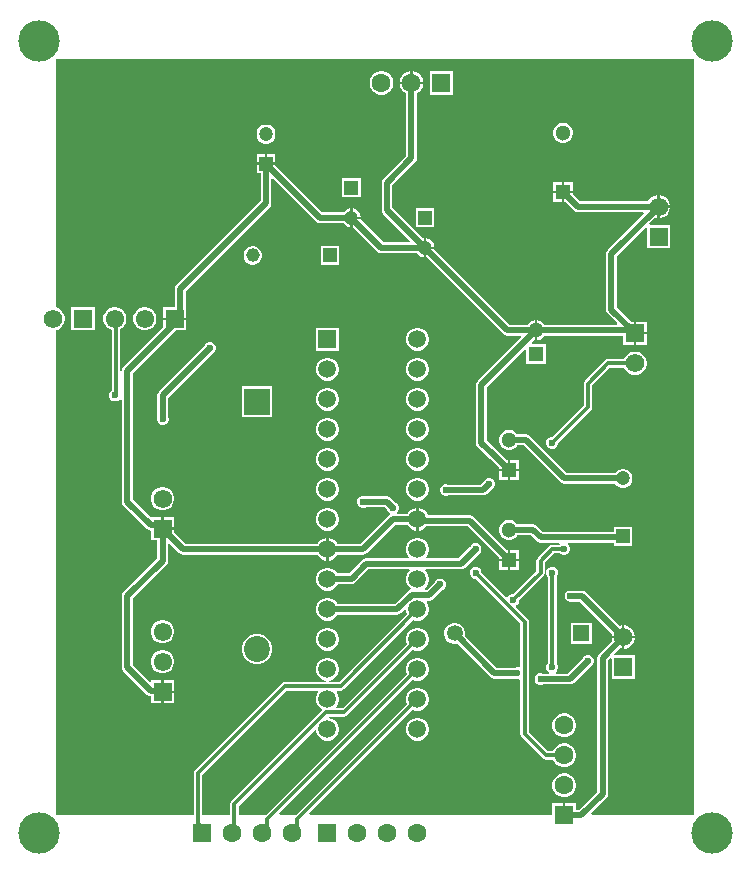
<source format=gbl>
G04*
G04 #@! TF.GenerationSoftware,Altium Limited,Altium Designer,22.5.1 (42)*
G04*
G04 Layer_Physical_Order=2*
G04 Layer_Color=16711680*
%FSLAX44Y44*%
%MOMM*%
G71*
G04*
G04 #@! TF.SameCoordinates,3BE08D2E-9295-4D5D-90EC-08E0B097B468*
G04*
G04*
G04 #@! TF.FilePolarity,Positive*
G04*
G01*
G75*
%ADD15R,1.5700X1.5700*%
%ADD16C,1.5700*%
%ADD17R,1.5500X1.5500*%
%ADD18C,1.5500*%
%ADD21R,1.5700X1.5700*%
%ADD22C,2.2000*%
%ADD23R,2.2000X2.2000*%
%ADD27C,1.2000*%
%ADD28R,1.2000X1.2000*%
%ADD29C,1.3000*%
%ADD30R,1.3000X1.3000*%
%ADD31R,1.5500X1.5500*%
%ADD32C,1.1500*%
%ADD33R,1.1500X1.1500*%
%ADD36C,1.3500*%
%ADD37R,1.3500X1.3500*%
%ADD42C,0.5000*%
%ADD43C,0.3000*%
%ADD44C,1.6000*%
%ADD45R,1.6000X1.6000*%
%ADD46R,1.5000X1.5000*%
%ADD47C,1.5000*%
%ADD48R,1.6000X1.6000*%
%ADD49C,0.6000*%
%ADD50C,3.5000*%
G36*
X580000Y40000D02*
X493194D01*
X492708Y41173D01*
X505799Y54264D01*
X505799Y54265D01*
X506801Y55764D01*
X507153Y57532D01*
Y171018D01*
X508945Y172810D01*
X510118Y172324D01*
Y155118D01*
X529882D01*
Y174882D01*
X512676D01*
X512190Y176055D01*
X517085Y180950D01*
X518699Y180518D01*
X518984D01*
Y189384D01*
X510118D01*
Y189099D01*
X510550Y187485D01*
X499265Y176199D01*
X498263Y174700D01*
X497911Y172932D01*
X497911Y172932D01*
Y59446D01*
X482686Y44221D01*
X480032D01*
Y49632D01*
X471016D01*
Y39600D01*
X468984D01*
Y49632D01*
X459968D01*
Y40000D01*
X254832D01*
X254346Y41173D01*
X342101Y128928D01*
X342171Y128888D01*
X344595Y128238D01*
X347105D01*
X349529Y128888D01*
X351703Y130142D01*
X353478Y131917D01*
X354732Y134091D01*
X355382Y136515D01*
Y139025D01*
X354732Y141449D01*
X353478Y143623D01*
X351703Y145398D01*
X349529Y146652D01*
X347105Y147302D01*
X344595D01*
X342171Y146652D01*
X339997Y145398D01*
X338223Y143623D01*
X336968Y141449D01*
X336318Y139025D01*
Y136515D01*
X336968Y134091D01*
X337008Y134021D01*
X242987Y40000D01*
X229432D01*
X228946Y41173D01*
X342101Y154328D01*
X342171Y154288D01*
X344595Y153638D01*
X347105D01*
X349529Y154288D01*
X351703Y155542D01*
X353478Y157317D01*
X354732Y159491D01*
X355382Y161915D01*
Y164425D01*
X354732Y166849D01*
X353478Y169023D01*
X351703Y170798D01*
X349529Y172052D01*
X347105Y172702D01*
X344595D01*
X342171Y172052D01*
X339997Y170798D01*
X338223Y169023D01*
X336968Y166849D01*
X336318Y164425D01*
Y161915D01*
X336968Y159491D01*
X337008Y159421D01*
X217587Y40000D01*
X194511D01*
Y47740D01*
X258945Y112173D01*
X260118Y111687D01*
Y111115D01*
X260768Y108691D01*
X262022Y106517D01*
X263797Y104742D01*
X265971Y103488D01*
X268395Y102838D01*
X270905D01*
X273329Y103488D01*
X275503Y104742D01*
X277278Y106517D01*
X278532Y108691D01*
X279182Y111115D01*
Y113625D01*
X278532Y116049D01*
X277278Y118223D01*
X275503Y119998D01*
X273329Y121252D01*
X270905Y121902D01*
X270990Y123137D01*
X284018D01*
X285396Y123411D01*
X286564Y124192D01*
X342101Y179728D01*
X342171Y179688D01*
X344595Y179038D01*
X347105D01*
X349529Y179688D01*
X351703Y180942D01*
X353478Y182717D01*
X354732Y184891D01*
X355382Y187315D01*
Y189825D01*
X354732Y192249D01*
X353478Y194423D01*
X351703Y196197D01*
X349529Y197452D01*
X347105Y198102D01*
X344595D01*
X342171Y197452D01*
X339997Y196197D01*
X338223Y194423D01*
X336968Y192249D01*
X336318Y189825D01*
Y187315D01*
X336968Y184891D01*
X337008Y184821D01*
X282526Y130339D01*
X277359D01*
X276873Y131512D01*
X277278Y131917D01*
X278532Y134091D01*
X279182Y136515D01*
Y139025D01*
X278532Y141449D01*
X277278Y143623D01*
X276873Y144028D01*
X277359Y145201D01*
X280682D01*
X282060Y145475D01*
X283228Y146256D01*
X342101Y205128D01*
X342171Y205088D01*
X344595Y204438D01*
X347105D01*
X349529Y205088D01*
X351703Y206343D01*
X353478Y208117D01*
X354732Y210291D01*
X355382Y212715D01*
Y215225D01*
X354732Y217649D01*
X353478Y219823D01*
X353092Y220208D01*
X353578Y221381D01*
X356002D01*
X356002Y221381D01*
X357770Y221733D01*
X359269Y222735D01*
X366858Y230323D01*
X367850Y230734D01*
X369266Y232150D01*
X370032Y233999D01*
Y236001D01*
X369266Y237850D01*
X367850Y239266D01*
X366001Y240032D01*
X363999D01*
X362150Y239266D01*
X360734Y237850D01*
X360323Y236858D01*
X354088Y230623D01*
X352066D01*
X351853Y231893D01*
X353478Y233517D01*
X354732Y235691D01*
X355382Y238115D01*
Y240625D01*
X354732Y243049D01*
X353478Y245223D01*
X352187Y246514D01*
X352713Y247784D01*
X382404D01*
X382404Y247784D01*
X384173Y248135D01*
X385672Y249137D01*
X396858Y260323D01*
X397850Y260734D01*
X399266Y262150D01*
X400032Y263999D01*
Y266001D01*
X399266Y267850D01*
X397850Y269266D01*
X396001Y270032D01*
X393999D01*
X392150Y269266D01*
X390734Y267850D01*
X390323Y266858D01*
X380490Y257025D01*
X353382D01*
X352855Y258295D01*
X353478Y258917D01*
X354732Y261091D01*
X355382Y263515D01*
Y266025D01*
X354732Y268449D01*
X353478Y270623D01*
X351703Y272397D01*
X349529Y273652D01*
X347105Y274302D01*
X344595D01*
X342171Y273652D01*
X339997Y272397D01*
X338223Y270623D01*
X336968Y268449D01*
X336318Y266025D01*
Y263515D01*
X336968Y261091D01*
X338223Y258917D01*
X338845Y258295D01*
X338319Y257025D01*
X302404D01*
X300636Y256673D01*
X299137Y255672D01*
X299137Y255672D01*
X288086Y244621D01*
X277625D01*
X277278Y245223D01*
X275503Y246998D01*
X273329Y248252D01*
X270905Y248902D01*
X268395D01*
X265971Y248252D01*
X263797Y246998D01*
X262022Y245223D01*
X260768Y243049D01*
X260118Y240625D01*
Y238115D01*
X260768Y235691D01*
X262022Y233517D01*
X263797Y231742D01*
X265971Y230488D01*
X268395Y229838D01*
X270905D01*
X273329Y230488D01*
X275503Y231742D01*
X277278Y233517D01*
X278353Y235379D01*
X290000D01*
X290000Y235379D01*
X291768Y235731D01*
X293267Y236733D01*
X304318Y247784D01*
X338987D01*
X339513Y246514D01*
X338223Y245223D01*
X336968Y243049D01*
X336318Y240625D01*
Y238115D01*
X336968Y235691D01*
X338223Y233517D01*
X339997Y231742D01*
X339773Y230405D01*
X339098Y230271D01*
X337599Y229269D01*
X337599Y229269D01*
X326920Y218591D01*
X277989D01*
X277278Y219823D01*
X275503Y221597D01*
X273329Y222852D01*
X270905Y223502D01*
X268395D01*
X265971Y222852D01*
X263797Y221597D01*
X262022Y219823D01*
X260768Y217649D01*
X260118Y215225D01*
Y212715D01*
X260768Y210291D01*
X262022Y208117D01*
X263797Y206343D01*
X265971Y205088D01*
X268395Y204438D01*
X270905D01*
X273329Y205088D01*
X275503Y206343D01*
X277278Y208117D01*
X277989Y209349D01*
X328834D01*
X328834Y209349D01*
X330602Y209701D01*
X332102Y210703D01*
X335145Y213746D01*
X336318Y213260D01*
Y212715D01*
X336968Y210291D01*
X337008Y210221D01*
X279190Y152403D01*
X270990D01*
X270905Y153638D01*
X273329Y154288D01*
X275503Y155542D01*
X277278Y157317D01*
X278532Y159491D01*
X279182Y161915D01*
Y164425D01*
X278532Y166849D01*
X277278Y169023D01*
X275503Y170798D01*
X273329Y172052D01*
X270905Y172702D01*
X268395D01*
X265971Y172052D01*
X263797Y170798D01*
X262022Y169023D01*
X260768Y166849D01*
X260118Y164425D01*
Y161915D01*
X260768Y159491D01*
X262022Y157317D01*
X263797Y155542D01*
X265971Y154288D01*
X268395Y153638D01*
X268310Y152403D01*
X233802D01*
X232424Y152129D01*
X231256Y151348D01*
X157454Y77546D01*
X156673Y76378D01*
X156399Y75000D01*
Y40000D01*
X40000D01*
Y450493D01*
X41114Y450792D01*
X43368Y452092D01*
X45208Y453932D01*
X46508Y456186D01*
X47182Y458699D01*
Y461301D01*
X46508Y463814D01*
X45208Y466068D01*
X43368Y467907D01*
X41114Y469208D01*
X40000Y469507D01*
Y680000D01*
X580000D01*
Y40000D01*
D02*
G37*
G36*
X262427Y144028D02*
X262022Y143623D01*
X260768Y141449D01*
X260118Y139025D01*
Y136515D01*
X260768Y134091D01*
X262022Y131917D01*
X263797Y130142D01*
X264752Y129591D01*
X264918Y128332D01*
X188364Y51778D01*
X187583Y50610D01*
X187309Y49232D01*
Y40000D01*
X163601D01*
Y73508D01*
X235294Y145201D01*
X261941D01*
X262427Y144028D01*
D02*
G37*
%LPC*%
G36*
X342091Y669772D02*
X341786D01*
Y660756D01*
X350802D01*
Y661061D01*
X350118Y663612D01*
X348798Y665900D01*
X346930Y667768D01*
X344642Y669088D01*
X342091Y669772D01*
D02*
G37*
G36*
X339754D02*
X339449D01*
X336898Y669088D01*
X334610Y667768D01*
X332742Y665900D01*
X331422Y663612D01*
X330738Y661061D01*
Y660756D01*
X339754D01*
Y669772D01*
D02*
G37*
G36*
X376202D02*
X356138D01*
Y649708D01*
X376202D01*
Y669772D01*
D02*
G37*
G36*
X316691D02*
X314049D01*
X311498Y669088D01*
X309210Y667768D01*
X307342Y665900D01*
X306022Y663612D01*
X305338Y661061D01*
Y658419D01*
X306022Y655868D01*
X307342Y653580D01*
X309210Y651712D01*
X311498Y650392D01*
X314049Y649708D01*
X316691D01*
X319242Y650392D01*
X321530Y651712D01*
X323398Y653580D01*
X324718Y655868D01*
X325402Y658419D01*
Y661061D01*
X324718Y663612D01*
X323398Y665900D01*
X321530Y667768D01*
X319242Y669088D01*
X316691Y669772D01*
D02*
G37*
G36*
X470163Y625962D02*
X467917D01*
X465747Y625381D01*
X463801Y624257D01*
X462213Y622669D01*
X461090Y620723D01*
X460508Y618553D01*
Y616307D01*
X461090Y614137D01*
X462213Y612191D01*
X463801Y610603D01*
X465747Y609479D01*
X467917Y608898D01*
X470163D01*
X472333Y609479D01*
X474279Y610603D01*
X475867Y612191D01*
X476991Y614137D01*
X477572Y616307D01*
Y618553D01*
X476991Y620723D01*
X475867Y622669D01*
X474279Y624257D01*
X472333Y625381D01*
X470163Y625962D01*
D02*
G37*
G36*
X218637Y624392D02*
X216523D01*
X214480Y623845D01*
X212648Y622787D01*
X211153Y621292D01*
X210095Y619460D01*
X209548Y617417D01*
Y615303D01*
X210095Y613260D01*
X211153Y611428D01*
X212648Y609933D01*
X214480Y608875D01*
X216523Y608328D01*
X218637D01*
X220680Y608875D01*
X222512Y609933D01*
X224007Y611428D01*
X225065Y613260D01*
X225612Y615303D01*
Y617417D01*
X225065Y619460D01*
X224007Y621292D01*
X222512Y622787D01*
X220680Y623845D01*
X218637Y624392D01*
D02*
G37*
G36*
X225612Y599392D02*
X218596D01*
Y592376D01*
X225612D01*
Y599392D01*
D02*
G37*
G36*
X216564D02*
X209548D01*
Y592376D01*
X216564D01*
Y599392D01*
D02*
G37*
G36*
X477572Y575962D02*
X470056D01*
Y568446D01*
X477572D01*
Y575962D01*
D02*
G37*
G36*
X468024D02*
X460508D01*
Y568446D01*
X468024D01*
Y575962D01*
D02*
G37*
G36*
X298002Y578872D02*
X281938D01*
Y562808D01*
X298002D01*
Y578872D01*
D02*
G37*
G36*
X468024Y566414D02*
X460508D01*
Y558898D01*
X468024D01*
Y566414D01*
D02*
G37*
G36*
X551301Y564882D02*
X551016D01*
Y556016D01*
X559882D01*
Y556301D01*
X559209Y558814D01*
X557908Y561068D01*
X556068Y562908D01*
X553814Y564208D01*
X551301Y564882D01*
D02*
G37*
G36*
X291027Y553472D02*
X290986D01*
Y546456D01*
X298002D01*
Y546497D01*
X297455Y548540D01*
X296397Y550372D01*
X294902Y551867D01*
X293070Y552925D01*
X291027Y553472D01*
D02*
G37*
G36*
X559882Y553984D02*
X551016D01*
Y545118D01*
X551301D01*
X553814Y545792D01*
X556068Y547093D01*
X557908Y548932D01*
X559209Y551186D01*
X559882Y553699D01*
Y553984D01*
D02*
G37*
G36*
X477572Y566414D02*
X470056D01*
Y558898D01*
X471037D01*
X478203Y551733D01*
X478203Y551733D01*
X479702Y550731D01*
X481470Y550379D01*
X481470Y550379D01*
X537185D01*
X537671Y549206D01*
X506733Y518267D01*
X505731Y516768D01*
X505379Y515000D01*
X505379Y515000D01*
Y467700D01*
X505379Y467700D01*
X505731Y465932D01*
X506733Y464433D01*
X515181Y455984D01*
X514695Y454811D01*
X453364D01*
X453007Y455429D01*
X451419Y457017D01*
X449473Y458141D01*
X447303Y458722D01*
X447196D01*
Y450190D01*
Y441658D01*
X447303D01*
X449473Y442239D01*
X451419Y443363D01*
X453007Y444951D01*
X453364Y445569D01*
X520118D01*
Y437818D01*
X528984D01*
Y447700D01*
Y457582D01*
X526653D01*
X514621Y469614D01*
Y513086D01*
X538945Y537410D01*
X540118Y536924D01*
Y519718D01*
X559882D01*
Y539482D01*
X542676D01*
X542190Y540655D01*
X547085Y545550D01*
X548699Y545118D01*
X548984D01*
Y555000D01*
Y564882D01*
X548699D01*
X546186Y564208D01*
X543932Y562908D01*
X542093Y561068D01*
X541257Y559621D01*
X483384D01*
X477572Y565433D01*
Y566414D01*
D02*
G37*
G36*
X360232Y553472D02*
X344168D01*
Y537408D01*
X360232D01*
Y553472D01*
D02*
G37*
G36*
X225612Y590344D02*
X217580D01*
X209548D01*
Y583328D01*
X212959D01*
Y559494D01*
X141733Y488267D01*
X140731Y486768D01*
X140379Y485000D01*
X140379Y485000D01*
Y469782D01*
X130618D01*
Y461016D01*
X140400D01*
X150182D01*
Y469782D01*
X149621D01*
Y483086D01*
X220847Y554313D01*
X221849Y555812D01*
X222201Y557580D01*
X222201Y557580D01*
Y578545D01*
X223374Y579031D01*
X260233Y542173D01*
X261732Y541171D01*
X263500Y540819D01*
X263500Y540819D01*
X283363D01*
X283543Y540508D01*
X285038Y539013D01*
X286870Y537955D01*
X288913Y537408D01*
X288954D01*
Y545440D01*
Y553472D01*
X288913D01*
X286870Y552925D01*
X285038Y551867D01*
X283543Y550372D01*
X283363Y550061D01*
X265414D01*
X225612Y589863D01*
Y590344D01*
D02*
G37*
G36*
X350802Y658724D02*
X340770D01*
X330738D01*
Y658419D01*
X331422Y655868D01*
X332742Y653580D01*
X334610Y651712D01*
X336149Y650824D01*
Y597684D01*
X316733Y578267D01*
X315731Y576768D01*
X315379Y575000D01*
X315379Y575000D01*
Y552240D01*
X315379Y552240D01*
X315731Y550472D01*
X316733Y548973D01*
X339871Y525834D01*
X339385Y524661D01*
X317284D01*
X297909Y544036D01*
X298002Y544383D01*
Y544424D01*
X290986D01*
Y537408D01*
X291027D01*
X291374Y537501D01*
X312103Y516773D01*
X312103Y516773D01*
X313602Y515771D01*
X315370Y515419D01*
X315370Y515419D01*
X345593D01*
X345773Y515108D01*
X347268Y513613D01*
X349100Y512555D01*
X351143Y512008D01*
X351184D01*
Y520040D01*
Y528072D01*
X351143D01*
X350796Y527979D01*
X324621Y554154D01*
Y573086D01*
X344037Y592503D01*
X344037Y592503D01*
X345039Y594002D01*
X345391Y595770D01*
Y650824D01*
X346930Y651712D01*
X348798Y653580D01*
X350118Y655868D01*
X350802Y658419D01*
Y658724D01*
D02*
G37*
G36*
X353257Y528072D02*
X353216D01*
Y521056D01*
X360232D01*
Y521097D01*
X359685Y523140D01*
X358627Y524972D01*
X357132Y526467D01*
X355300Y527525D01*
X353257Y528072D01*
D02*
G37*
G36*
X279752Y521472D02*
X264188D01*
Y505908D01*
X279752D01*
Y521472D01*
D02*
G37*
G36*
X207395D02*
X205345D01*
X203366Y520942D01*
X201592Y519917D01*
X200143Y518468D01*
X199118Y516694D01*
X198588Y514715D01*
Y512665D01*
X199118Y510686D01*
X200143Y508912D01*
X201592Y507463D01*
X203366Y506438D01*
X205345Y505908D01*
X207395D01*
X209374Y506438D01*
X211148Y507463D01*
X212597Y508912D01*
X213622Y510686D01*
X214152Y512665D01*
Y514715D01*
X213622Y516694D01*
X212597Y518468D01*
X211148Y519917D01*
X209374Y520942D01*
X207395Y521472D01*
D02*
G37*
G36*
X116288Y469782D02*
X113712D01*
X111224Y469115D01*
X108994Y467827D01*
X107172Y466006D01*
X105885Y463776D01*
X105218Y461288D01*
Y458712D01*
X105885Y456224D01*
X107172Y453994D01*
X108994Y452173D01*
X111224Y450885D01*
X113712Y450218D01*
X116288D01*
X118776Y450885D01*
X121006Y452173D01*
X122828Y453994D01*
X124115Y456224D01*
X124782Y458712D01*
Y461288D01*
X124115Y463776D01*
X122828Y466006D01*
X121006Y467827D01*
X118776Y469115D01*
X116288Y469782D01*
D02*
G37*
G36*
X72582Y469882D02*
X52818D01*
Y450118D01*
X72582D01*
Y469882D01*
D02*
G37*
G36*
X539882Y457582D02*
X531016D01*
Y448716D01*
X539882D01*
Y457582D01*
D02*
G37*
G36*
X360232Y519024D02*
X353216D01*
Y512008D01*
X353257D01*
X353604Y512101D01*
X418783Y446923D01*
X418783Y446923D01*
X420282Y445921D01*
X422050Y445569D01*
X433365D01*
X433851Y444396D01*
X396733Y407277D01*
X395731Y405778D01*
X395379Y404010D01*
X395379Y404010D01*
Y355000D01*
X395379Y355000D01*
X395731Y353232D01*
X396733Y351733D01*
X406193Y342273D01*
X406193Y342273D01*
X407398Y341467D01*
X414788Y334077D01*
Y333096D01*
X422304D01*
Y340612D01*
X421323D01*
X413127Y348807D01*
X411922Y349613D01*
X404621Y356914D01*
Y402096D01*
X436475Y433950D01*
X437648Y433464D01*
Y421658D01*
X454712D01*
Y438722D01*
X442906D01*
X442420Y439895D01*
X444367Y441843D01*
X445057Y441658D01*
X445164D01*
Y450190D01*
Y458722D01*
X445057D01*
X442887Y458141D01*
X440941Y457017D01*
X439353Y455429D01*
X438996Y454811D01*
X423964D01*
X360139Y518636D01*
X360232Y518983D01*
Y519024D01*
D02*
G37*
G36*
X539882Y446684D02*
X531016D01*
Y437818D01*
X539882D01*
Y446684D01*
D02*
G37*
G36*
X347105Y452102D02*
X344595D01*
X342171Y451452D01*
X339997Y450197D01*
X338223Y448423D01*
X336968Y446249D01*
X336318Y443825D01*
Y441315D01*
X336968Y438891D01*
X338223Y436717D01*
X339997Y434943D01*
X342171Y433688D01*
X344595Y433038D01*
X347105D01*
X349529Y433688D01*
X351703Y434943D01*
X353478Y436717D01*
X354732Y438891D01*
X355382Y441315D01*
Y443825D01*
X354732Y446249D01*
X353478Y448423D01*
X351703Y450197D01*
X349529Y451452D01*
X347105Y452102D01*
D02*
G37*
G36*
X279182D02*
X260118D01*
Y433038D01*
X279182D01*
Y452102D01*
D02*
G37*
G36*
X531301Y432182D02*
X528699D01*
X526186Y431509D01*
X523932Y430208D01*
X522093Y428368D01*
X520792Y426114D01*
X520734Y425901D01*
X507300D01*
X505922Y425627D01*
X504754Y424846D01*
X487454Y407546D01*
X486673Y406378D01*
X486399Y405000D01*
Y386492D01*
X459939Y360032D01*
X458999D01*
X457150Y359266D01*
X455734Y357850D01*
X454968Y356001D01*
Y353999D01*
X455734Y352150D01*
X457150Y350734D01*
X458999Y349968D01*
X461001D01*
X462850Y350734D01*
X464266Y352150D01*
X465032Y353999D01*
Y354939D01*
X492546Y382454D01*
X493327Y383622D01*
X493601Y385000D01*
Y403508D01*
X508792Y418699D01*
X520734D01*
X520792Y418486D01*
X522093Y416232D01*
X523932Y414393D01*
X526186Y413092D01*
X528699Y412418D01*
X531301D01*
X533814Y413092D01*
X536068Y414393D01*
X537908Y416232D01*
X539208Y418486D01*
X539882Y420999D01*
Y423601D01*
X539208Y426114D01*
X537908Y428368D01*
X536068Y430208D01*
X533814Y431509D01*
X531301Y432182D01*
D02*
G37*
G36*
X347105Y426702D02*
X344595D01*
X342171Y426052D01*
X339997Y424798D01*
X338223Y423023D01*
X336968Y420849D01*
X336318Y418425D01*
Y415915D01*
X336968Y413491D01*
X338223Y411317D01*
X339997Y409543D01*
X342171Y408288D01*
X344595Y407638D01*
X347105D01*
X349529Y408288D01*
X351703Y409543D01*
X353478Y411317D01*
X354732Y413491D01*
X355382Y415915D01*
Y418425D01*
X354732Y420849D01*
X353478Y423023D01*
X351703Y424798D01*
X349529Y426052D01*
X347105Y426702D01*
D02*
G37*
G36*
X270905D02*
X268395D01*
X265971Y426052D01*
X263797Y424798D01*
X262022Y423023D01*
X260768Y420849D01*
X260118Y418425D01*
Y415915D01*
X260768Y413491D01*
X262022Y411317D01*
X263797Y409543D01*
X265971Y408288D01*
X268395Y407638D01*
X270905D01*
X273329Y408288D01*
X275503Y409543D01*
X277278Y411317D01*
X278532Y413491D01*
X279182Y415915D01*
Y418425D01*
X278532Y420849D01*
X277278Y423023D01*
X275503Y424798D01*
X273329Y426052D01*
X270905Y426702D01*
D02*
G37*
G36*
X347105Y401302D02*
X344595D01*
X342171Y400652D01*
X339997Y399398D01*
X338223Y397623D01*
X336968Y395449D01*
X336318Y393025D01*
Y390515D01*
X336968Y388091D01*
X338223Y385917D01*
X339997Y384142D01*
X342171Y382888D01*
X344595Y382238D01*
X347105D01*
X349529Y382888D01*
X351703Y384142D01*
X353478Y385917D01*
X354732Y388091D01*
X355382Y390515D01*
Y393025D01*
X354732Y395449D01*
X353478Y397623D01*
X351703Y399398D01*
X349529Y400652D01*
X347105Y401302D01*
D02*
G37*
G36*
X270905D02*
X268395D01*
X265971Y400652D01*
X263797Y399398D01*
X262022Y397623D01*
X260768Y395449D01*
X260118Y393025D01*
Y390515D01*
X260768Y388091D01*
X262022Y385917D01*
X263797Y384142D01*
X265971Y382888D01*
X268395Y382238D01*
X270905D01*
X273329Y382888D01*
X275503Y384142D01*
X277278Y385917D01*
X278532Y388091D01*
X279182Y390515D01*
Y393025D01*
X278532Y395449D01*
X277278Y397623D01*
X275503Y399398D01*
X273329Y400652D01*
X270905Y401302D01*
D02*
G37*
G36*
X223032Y402732D02*
X196968D01*
Y376668D01*
X223032D01*
Y402732D01*
D02*
G37*
G36*
X171001Y440032D02*
X168999D01*
X167150Y439266D01*
X165734Y437850D01*
X165323Y436858D01*
X126733Y398267D01*
X125731Y396768D01*
X125379Y395000D01*
X125379Y395000D01*
Y376994D01*
X124968Y376001D01*
Y373999D01*
X125734Y372150D01*
X127150Y370734D01*
X128999Y369968D01*
X131001D01*
X132850Y370734D01*
X134266Y372150D01*
X135032Y373999D01*
Y376001D01*
X134621Y376994D01*
Y393086D01*
X171858Y430323D01*
X172850Y430734D01*
X174266Y432150D01*
X175032Y433999D01*
Y436001D01*
X174266Y437850D01*
X172850Y439266D01*
X171001Y440032D01*
D02*
G37*
G36*
X347105Y375902D02*
X344595D01*
X342171Y375252D01*
X339997Y373997D01*
X338223Y372223D01*
X336968Y370049D01*
X336318Y367625D01*
Y365115D01*
X336968Y362691D01*
X338223Y360517D01*
X339997Y358742D01*
X342171Y357488D01*
X344595Y356838D01*
X347105D01*
X349529Y357488D01*
X351703Y358742D01*
X353478Y360517D01*
X354732Y362691D01*
X355382Y365115D01*
Y367625D01*
X354732Y370049D01*
X353478Y372223D01*
X351703Y373997D01*
X349529Y375252D01*
X347105Y375902D01*
D02*
G37*
G36*
X270905D02*
X268395D01*
X265971Y375252D01*
X263797Y373997D01*
X262022Y372223D01*
X260768Y370049D01*
X260118Y367625D01*
Y365115D01*
X260768Y362691D01*
X262022Y360517D01*
X263797Y358742D01*
X265971Y357488D01*
X268395Y356838D01*
X270905D01*
X273329Y357488D01*
X275503Y358742D01*
X277278Y360517D01*
X278532Y362691D01*
X279182Y365115D01*
Y367625D01*
X278532Y370049D01*
X277278Y372223D01*
X275503Y373997D01*
X273329Y375252D01*
X270905Y375902D01*
D02*
G37*
G36*
X431852Y340612D02*
X424336D01*
Y333096D01*
X431852D01*
Y340612D01*
D02*
G37*
G36*
X347105Y350502D02*
X344595D01*
X342171Y349852D01*
X339997Y348597D01*
X338223Y346823D01*
X336968Y344649D01*
X336318Y342225D01*
Y339715D01*
X336968Y337291D01*
X338223Y335117D01*
X339997Y333343D01*
X342171Y332088D01*
X344595Y331438D01*
X347105D01*
X349529Y332088D01*
X351703Y333343D01*
X353478Y335117D01*
X354732Y337291D01*
X355382Y339715D01*
Y342225D01*
X354732Y344649D01*
X353478Y346823D01*
X351703Y348597D01*
X349529Y349852D01*
X347105Y350502D01*
D02*
G37*
G36*
X270905D02*
X268395D01*
X265971Y349852D01*
X263797Y348597D01*
X262022Y346823D01*
X260768Y344649D01*
X260118Y342225D01*
Y339715D01*
X260768Y337291D01*
X262022Y335117D01*
X263797Y333343D01*
X265971Y332088D01*
X268395Y331438D01*
X270905D01*
X273329Y332088D01*
X275503Y333343D01*
X277278Y335117D01*
X278532Y337291D01*
X279182Y339715D01*
Y342225D01*
X278532Y344649D01*
X277278Y346823D01*
X275503Y348597D01*
X273329Y349852D01*
X270905Y350502D01*
D02*
G37*
G36*
X431852Y331064D02*
X424336D01*
Y323548D01*
X431852D01*
Y331064D01*
D02*
G37*
G36*
X422304D02*
X414788D01*
Y323548D01*
X422304D01*
Y331064D01*
D02*
G37*
G36*
X407565Y325032D02*
X405563D01*
X403714Y324266D01*
X402298Y322850D01*
X402078Y322320D01*
X399379Y319621D01*
X371994D01*
X371001Y320032D01*
X368999D01*
X367150Y319266D01*
X365734Y317850D01*
X364968Y316001D01*
Y313999D01*
X365734Y312150D01*
X367150Y310734D01*
X368999Y309968D01*
X371001D01*
X371994Y310379D01*
X401293D01*
X401293Y310379D01*
X403062Y310731D01*
X404561Y311733D01*
X407960Y315132D01*
X409414Y315734D01*
X410830Y317150D01*
X411596Y318999D01*
Y321001D01*
X410830Y322850D01*
X409414Y324266D01*
X407565Y325032D01*
D02*
G37*
G36*
X424443Y366012D02*
X422197D01*
X420027Y365431D01*
X418081Y364307D01*
X416493Y362719D01*
X415369Y360773D01*
X414788Y358603D01*
Y356357D01*
X415369Y354187D01*
X416493Y352241D01*
X418081Y350653D01*
X420027Y349529D01*
X422197Y348948D01*
X424443D01*
X426613Y349529D01*
X428559Y350653D01*
X430147Y352241D01*
X430504Y352859D01*
X435606D01*
X466732Y321733D01*
X466733Y321733D01*
X468232Y320731D01*
X470000Y320379D01*
X513077D01*
X513413Y319798D01*
X514908Y318303D01*
X516740Y317245D01*
X518783Y316698D01*
X520897D01*
X522940Y317245D01*
X524772Y318303D01*
X526267Y319798D01*
X527325Y321630D01*
X527872Y323673D01*
Y325787D01*
X527325Y327830D01*
X526267Y329662D01*
X524772Y331157D01*
X522940Y332215D01*
X520897Y332762D01*
X518783D01*
X516740Y332215D01*
X514908Y331157D01*
X513413Y329662D01*
X513389Y329621D01*
X471914D01*
X440787Y360747D01*
X439288Y361749D01*
X437520Y362101D01*
X437520Y362101D01*
X430504D01*
X430147Y362719D01*
X428559Y364307D01*
X426613Y365431D01*
X424443Y366012D01*
D02*
G37*
G36*
X347105Y325102D02*
X344595D01*
X342171Y324452D01*
X339997Y323198D01*
X338223Y321423D01*
X336968Y319249D01*
X336318Y316825D01*
Y314315D01*
X336968Y311891D01*
X338223Y309717D01*
X339997Y307943D01*
X342171Y306688D01*
X344595Y306038D01*
X347105D01*
X349529Y306688D01*
X351703Y307943D01*
X353478Y309717D01*
X354732Y311891D01*
X355382Y314315D01*
Y316825D01*
X354732Y319249D01*
X353478Y321423D01*
X351703Y323198D01*
X349529Y324452D01*
X347105Y325102D01*
D02*
G37*
G36*
X270905D02*
X268395D01*
X265971Y324452D01*
X263797Y323198D01*
X262022Y321423D01*
X260768Y319249D01*
X260118Y316825D01*
Y314315D01*
X260768Y311891D01*
X262022Y309717D01*
X263797Y307943D01*
X265971Y306688D01*
X268395Y306038D01*
X270905D01*
X273329Y306688D01*
X275503Y307943D01*
X277278Y309717D01*
X278532Y311891D01*
X279182Y314315D01*
Y316825D01*
X278532Y319249D01*
X277278Y321423D01*
X275503Y323198D01*
X273329Y324452D01*
X270905Y325102D01*
D02*
G37*
G36*
X131301Y317582D02*
X128699D01*
X126186Y316908D01*
X123932Y315607D01*
X122093Y313768D01*
X120792Y311514D01*
X120118Y309001D01*
Y306399D01*
X120792Y303886D01*
X122093Y301632D01*
X123932Y299792D01*
X126186Y298491D01*
X128699Y297818D01*
X131301D01*
X133814Y298491D01*
X136068Y299792D01*
X137908Y301632D01*
X139209Y303886D01*
X139882Y306399D01*
Y309001D01*
X139209Y311514D01*
X137908Y313768D01*
X136068Y315607D01*
X133814Y316908D01*
X131301Y317582D01*
D02*
G37*
G36*
X139882Y292182D02*
X131016D01*
Y283316D01*
X139882D01*
Y292182D01*
D02*
G37*
G36*
X301001Y310032D02*
X298999D01*
X297150Y309266D01*
X295734Y307850D01*
X294968Y306001D01*
Y303999D01*
X295734Y302150D01*
X297150Y300734D01*
X298999Y299968D01*
X301001D01*
X301994Y300379D01*
X318086D01*
X320323Y298142D01*
X320734Y297150D01*
X322150Y295734D01*
X322717Y295499D01*
X322849Y294070D01*
X321903Y293437D01*
X321903Y293437D01*
X297856Y269391D01*
X277989D01*
X277278Y270623D01*
X275503Y272397D01*
X273329Y273652D01*
X270905Y274302D01*
X270666D01*
Y264770D01*
Y255238D01*
X270905D01*
X273329Y255888D01*
X275503Y257143D01*
X277278Y258917D01*
X277989Y260149D01*
X299770D01*
X299770Y260149D01*
X301538Y260501D01*
X303037Y261503D01*
X327084Y285549D01*
X337511D01*
X338223Y284317D01*
X339997Y282542D01*
X342171Y281288D01*
X344595Y280638D01*
X344834D01*
Y290170D01*
Y299702D01*
X344595D01*
X342171Y299052D01*
X339997Y297798D01*
X338223Y296023D01*
X337511Y294791D01*
X328639D01*
X328177Y296061D01*
X329266Y297150D01*
X330032Y298999D01*
Y301001D01*
X329266Y302850D01*
X327850Y304266D01*
X326858Y304677D01*
X323267Y308267D01*
X321768Y309269D01*
X320000Y309621D01*
X320000Y309621D01*
X301994D01*
X301001Y310032D01*
D02*
G37*
G36*
X270905Y299702D02*
X268395D01*
X265971Y299052D01*
X263797Y297798D01*
X262022Y296023D01*
X260768Y293849D01*
X260118Y291425D01*
Y288915D01*
X260768Y286491D01*
X262022Y284317D01*
X263797Y282542D01*
X265971Y281288D01*
X268395Y280638D01*
X270905D01*
X273329Y281288D01*
X275503Y282542D01*
X277278Y284317D01*
X278532Y286491D01*
X279182Y288915D01*
Y291425D01*
X278532Y293849D01*
X277278Y296023D01*
X275503Y297798D01*
X273329Y299052D01*
X270905Y299702D01*
D02*
G37*
G36*
X424443Y289812D02*
X422197D01*
X420027Y289231D01*
X418081Y288107D01*
X416493Y286519D01*
X415369Y284573D01*
X414788Y282403D01*
Y280157D01*
X415369Y277987D01*
X416493Y276041D01*
X418081Y274453D01*
X420027Y273330D01*
X422197Y272748D01*
X424443D01*
X426613Y273330D01*
X428559Y274453D01*
X430147Y276041D01*
X430504Y276659D01*
X441806D01*
X446733Y271733D01*
X446733Y271733D01*
X448232Y270731D01*
X450000Y270379D01*
X450000Y270379D01*
X465793D01*
X466370Y269109D01*
X465926Y268601D01*
X460000D01*
X458622Y268327D01*
X457454Y267546D01*
X447454Y257546D01*
X446673Y256378D01*
X446399Y255000D01*
Y246492D01*
X427058Y227151D01*
X426118D01*
X424268Y226385D01*
X422853Y224969D01*
X422580Y224309D01*
X421082Y224011D01*
X400032Y245061D01*
Y246001D01*
X399266Y247850D01*
X397850Y249266D01*
X396001Y250032D01*
X393999D01*
X392150Y249266D01*
X390734Y247850D01*
X389968Y246001D01*
Y243999D01*
X390734Y242150D01*
X392150Y240734D01*
X393999Y239968D01*
X394939D01*
X432931Y201976D01*
Y165607D01*
X431661Y164759D01*
X431001Y165032D01*
X428999D01*
X428006Y164621D01*
X412754D01*
X385741Y191633D01*
X385972Y192494D01*
Y194806D01*
X385373Y197040D01*
X384217Y199042D01*
X382582Y200677D01*
X380580Y201833D01*
X378346Y202432D01*
X376034D01*
X373800Y201833D01*
X371798Y200677D01*
X370163Y199042D01*
X369007Y197040D01*
X368408Y194806D01*
Y192494D01*
X369007Y190260D01*
X370163Y188258D01*
X371798Y186623D01*
X373800Y185466D01*
X376034Y184868D01*
X378346D01*
X379207Y185099D01*
X407573Y156733D01*
X407573Y156733D01*
X409072Y155731D01*
X410840Y155379D01*
X428006D01*
X428999Y154968D01*
X431001D01*
X431661Y155241D01*
X432931Y154393D01*
Y108468D01*
X433205Y107090D01*
X433986Y105922D01*
X452054Y87854D01*
X453222Y87073D01*
X454600Y86799D01*
X460579D01*
X460652Y86528D01*
X461972Y84240D01*
X463840Y82372D01*
X466128Y81052D01*
X468679Y80368D01*
X471321D01*
X473872Y81052D01*
X476160Y82372D01*
X478028Y84240D01*
X479348Y86528D01*
X480032Y89079D01*
Y91721D01*
X479348Y94272D01*
X478028Y96560D01*
X476160Y98428D01*
X473872Y99748D01*
X471321Y100432D01*
X468679D01*
X466128Y99748D01*
X463840Y98428D01*
X461972Y96560D01*
X460652Y94272D01*
X460579Y94001D01*
X456092D01*
X440133Y109960D01*
Y203468D01*
X439859Y204846D01*
X439078Y206014D01*
X429011Y216082D01*
X429309Y217580D01*
X429969Y217853D01*
X431385Y219268D01*
X432151Y221118D01*
Y222058D01*
X452546Y242454D01*
X453327Y243622D01*
X453601Y245000D01*
Y253508D01*
X461492Y261399D01*
X466485D01*
X467150Y260734D01*
X468999Y259968D01*
X471001D01*
X472850Y260734D01*
X474266Y262150D01*
X475032Y263999D01*
Y266001D01*
X474266Y267850D01*
X473007Y269109D01*
X473136Y269848D01*
X473396Y270379D01*
X511808D01*
Y267898D01*
X527872D01*
Y283962D01*
X511808D01*
Y279621D01*
X451914D01*
X446987Y284547D01*
X445488Y285549D01*
X443720Y285901D01*
X443720Y285901D01*
X430504D01*
X430147Y286519D01*
X428559Y288107D01*
X426613Y289231D01*
X424443Y289812D01*
D02*
G37*
G36*
X431852Y264412D02*
X424336D01*
Y256896D01*
X431852D01*
Y264412D01*
D02*
G37*
G36*
X347105Y299702D02*
X346866D01*
Y290170D01*
Y280638D01*
X347105D01*
X349529Y281288D01*
X351703Y282542D01*
X353478Y284317D01*
X353544Y284433D01*
X388233D01*
X414788Y257877D01*
Y256896D01*
X422304D01*
Y264412D01*
X421323D01*
X393414Y292321D01*
X391915Y293323D01*
X390147Y293674D01*
X390146Y293674D01*
X354779D01*
X354732Y293849D01*
X353478Y296023D01*
X351703Y297798D01*
X349529Y299052D01*
X347105Y299702D01*
D02*
G37*
G36*
X90888Y469782D02*
X88312D01*
X85824Y469115D01*
X83594Y467827D01*
X81772Y466006D01*
X80485Y463776D01*
X79818Y461288D01*
Y458712D01*
X80485Y456224D01*
X81772Y453994D01*
X83594Y452173D01*
X85824Y450885D01*
X86973Y450577D01*
Y399089D01*
X85734Y397850D01*
X84968Y396001D01*
Y393999D01*
X85734Y392150D01*
X87150Y390734D01*
X88999Y389968D01*
X91001D01*
X92850Y390734D01*
X94109Y391993D01*
X94848Y391864D01*
X95379Y391604D01*
Y305000D01*
X95379Y305000D01*
X95731Y303232D01*
X96733Y301733D01*
X116733Y281733D01*
X116733Y281733D01*
X118232Y280731D01*
X120000Y280379D01*
X120118D01*
Y272418D01*
X125379D01*
Y256914D01*
X96733Y228267D01*
X95731Y226768D01*
X95379Y225000D01*
X95379Y225000D01*
Y165000D01*
X95379Y165000D01*
X95731Y163232D01*
X96733Y161733D01*
X116733Y141733D01*
X116733Y141733D01*
X118232Y140731D01*
X120000Y140379D01*
X120218Y139139D01*
Y134418D01*
X128984D01*
Y144200D01*
Y153982D01*
X120218D01*
Y152976D01*
X119045Y152490D01*
X104621Y166914D01*
Y223086D01*
X133267Y251733D01*
X133267Y251733D01*
X134269Y253232D01*
X134621Y255000D01*
X134621Y255000D01*
Y269485D01*
X135794Y269971D01*
X144263Y261503D01*
X144263Y261503D01*
X145762Y260501D01*
X147530Y260149D01*
X261311D01*
X262022Y258917D01*
X263797Y257143D01*
X265971Y255888D01*
X268395Y255238D01*
X268634D01*
Y264770D01*
Y274302D01*
X268395D01*
X265971Y273652D01*
X263797Y272397D01*
X262022Y270623D01*
X261311Y269391D01*
X149444D01*
X139882Y278953D01*
Y281284D01*
X130000D01*
Y282300D01*
X128984D01*
Y292182D01*
X120118D01*
X120118Y292182D01*
Y292182D01*
X118974Y292561D01*
X104621Y306914D01*
Y413726D01*
X141113Y450218D01*
X150182D01*
Y458984D01*
X140400D01*
X130618D01*
Y452793D01*
X96733Y418907D01*
X95731Y417408D01*
X95445Y415972D01*
X94175Y416097D01*
Y451346D01*
X95606Y452173D01*
X97428Y453994D01*
X98715Y456224D01*
X99382Y458712D01*
Y461288D01*
X98715Y463776D01*
X97428Y466006D01*
X95606Y467827D01*
X93376Y469115D01*
X90888Y469782D01*
D02*
G37*
G36*
X431852Y254864D02*
X424336D01*
Y247348D01*
X431852D01*
Y254864D01*
D02*
G37*
G36*
X422304D02*
X414788D01*
Y247348D01*
X422304D01*
Y254864D01*
D02*
G37*
G36*
X521301Y200282D02*
X521016D01*
Y191416D01*
X529882D01*
Y191701D01*
X529208Y194214D01*
X527908Y196468D01*
X526068Y198308D01*
X523814Y199608D01*
X521301Y200282D01*
D02*
G37*
G36*
X485400Y229621D02*
X485400Y229621D01*
X475000D01*
X473232Y229269D01*
X471733Y228267D01*
X470731Y226768D01*
X470379Y225000D01*
X470731Y223232D01*
X471733Y221733D01*
X473232Y220731D01*
X475000Y220379D01*
X483486D01*
X510550Y193315D01*
X510118Y191701D01*
Y191416D01*
X518984D01*
Y200282D01*
X518699D01*
X517085Y199850D01*
X488667Y228267D01*
X487168Y229269D01*
X485400Y229621D01*
D02*
G37*
G36*
X131288Y204782D02*
X128712D01*
X126224Y204115D01*
X123994Y202828D01*
X122172Y201006D01*
X120885Y198776D01*
X120218Y196288D01*
Y193712D01*
X120885Y191224D01*
X122172Y188994D01*
X123994Y187173D01*
X126224Y185885D01*
X128712Y185218D01*
X131288D01*
X133776Y185885D01*
X136006Y187173D01*
X137828Y188994D01*
X139115Y191224D01*
X139782Y193712D01*
Y196288D01*
X139115Y198776D01*
X137828Y201006D01*
X136006Y202828D01*
X133776Y204115D01*
X131288Y204782D01*
D02*
G37*
G36*
X493472Y202432D02*
X475908D01*
Y184868D01*
X493472D01*
Y202432D01*
D02*
G37*
G36*
X529882Y189384D02*
X521016D01*
Y180518D01*
X521301D01*
X523814Y181192D01*
X526068Y182492D01*
X527908Y184332D01*
X529208Y186586D01*
X529882Y189099D01*
Y189384D01*
D02*
G37*
G36*
X270905Y198102D02*
X268395D01*
X265971Y197452D01*
X263797Y196197D01*
X262022Y194423D01*
X260768Y192249D01*
X260118Y189825D01*
Y187315D01*
X260768Y184891D01*
X262022Y182717D01*
X263797Y180942D01*
X265971Y179688D01*
X268395Y179038D01*
X270905D01*
X273329Y179688D01*
X275503Y180942D01*
X277278Y182717D01*
X278532Y184891D01*
X279182Y187315D01*
Y189825D01*
X278532Y192249D01*
X277278Y194423D01*
X275503Y196197D01*
X273329Y197452D01*
X270905Y198102D01*
D02*
G37*
G36*
X211716Y193332D02*
X208284D01*
X204970Y192444D01*
X201998Y190728D01*
X199572Y188302D01*
X197856Y185330D01*
X196968Y182016D01*
Y178584D01*
X197856Y175270D01*
X199572Y172298D01*
X201998Y169872D01*
X204970Y168156D01*
X208284Y167268D01*
X211716D01*
X215030Y168156D01*
X218002Y169872D01*
X220428Y172298D01*
X222144Y175270D01*
X223032Y178584D01*
Y182016D01*
X222144Y185330D01*
X220428Y188302D01*
X218002Y190728D01*
X215030Y192444D01*
X211716Y193332D01*
D02*
G37*
G36*
X131288Y179382D02*
X128712D01*
X126224Y178715D01*
X123994Y177428D01*
X122172Y175606D01*
X120885Y173376D01*
X120218Y170888D01*
Y168312D01*
X120885Y165824D01*
X122172Y163594D01*
X123994Y161772D01*
X126224Y160485D01*
X128712Y159818D01*
X131288D01*
X133776Y160485D01*
X136006Y161772D01*
X137828Y163594D01*
X139115Y165824D01*
X139782Y168312D01*
Y170888D01*
X139115Y173376D01*
X137828Y175606D01*
X136006Y177428D01*
X133776Y178715D01*
X131288Y179382D01*
D02*
G37*
G36*
X461001Y250032D02*
X458999D01*
X457150Y249266D01*
X455734Y247850D01*
X454968Y246001D01*
Y243999D01*
X455734Y242150D01*
X456399Y241485D01*
Y168515D01*
X455734Y167850D01*
X454968Y166001D01*
Y163999D01*
X455734Y162150D01*
X456993Y160891D01*
X456864Y160152D01*
X456604Y159621D01*
X451994D01*
X451001Y160032D01*
X448999D01*
X447150Y159266D01*
X445734Y157850D01*
X444968Y156001D01*
Y153999D01*
X445734Y152150D01*
X447150Y150734D01*
X448999Y149968D01*
X451001D01*
X451994Y150379D01*
X475000D01*
X475000Y150379D01*
X476768Y150731D01*
X478267Y151733D01*
X491858Y165323D01*
X492850Y165734D01*
X494266Y167150D01*
X495032Y168999D01*
Y171001D01*
X494266Y172850D01*
X492850Y174266D01*
X491001Y175032D01*
X488999D01*
X487150Y174266D01*
X485734Y172850D01*
X485323Y171858D01*
X473086Y159621D01*
X463396D01*
X463136Y160152D01*
X463007Y160891D01*
X464266Y162150D01*
X465032Y163999D01*
Y166001D01*
X464266Y167850D01*
X463601Y168515D01*
Y241485D01*
X464266Y242150D01*
X465032Y243999D01*
Y246001D01*
X464266Y247850D01*
X462850Y249266D01*
X461001Y250032D01*
D02*
G37*
G36*
X139782Y153982D02*
X131016D01*
Y145216D01*
X139782D01*
Y153982D01*
D02*
G37*
G36*
Y143184D02*
X131016D01*
Y134418D01*
X139782D01*
Y143184D01*
D02*
G37*
G36*
X471321Y125832D02*
X468679D01*
X466128Y125148D01*
X463840Y123828D01*
X461972Y121960D01*
X460652Y119672D01*
X459968Y117121D01*
Y114479D01*
X460652Y111928D01*
X461972Y109640D01*
X463840Y107772D01*
X466128Y106452D01*
X468679Y105768D01*
X471321D01*
X473872Y106452D01*
X476160Y107772D01*
X478028Y109640D01*
X479348Y111928D01*
X480032Y114479D01*
Y117121D01*
X479348Y119672D01*
X478028Y121960D01*
X476160Y123828D01*
X473872Y125148D01*
X471321Y125832D01*
D02*
G37*
G36*
X347105Y121902D02*
X344595D01*
X342171Y121252D01*
X339997Y119998D01*
X338223Y118223D01*
X336968Y116049D01*
X336318Y113625D01*
Y111115D01*
X336968Y108691D01*
X338223Y106517D01*
X339997Y104742D01*
X342171Y103488D01*
X344595Y102838D01*
X347105D01*
X349529Y103488D01*
X351703Y104742D01*
X353478Y106517D01*
X354732Y108691D01*
X355382Y111115D01*
Y113625D01*
X354732Y116049D01*
X353478Y118223D01*
X351703Y119998D01*
X349529Y121252D01*
X347105Y121902D01*
D02*
G37*
G36*
X471321Y75032D02*
X468679D01*
X466128Y74348D01*
X463840Y73028D01*
X461972Y71160D01*
X460652Y68872D01*
X459968Y66321D01*
Y63679D01*
X460652Y61128D01*
X461972Y58840D01*
X463840Y56972D01*
X466128Y55652D01*
X468679Y54968D01*
X471321D01*
X473872Y55652D01*
X476160Y56972D01*
X478028Y58840D01*
X479348Y61128D01*
X480032Y63679D01*
Y66321D01*
X479348Y68872D01*
X478028Y71160D01*
X476160Y73028D01*
X473872Y74348D01*
X471321Y75032D01*
D02*
G37*
%LPD*%
D15*
X62700Y460000D02*
D03*
D16*
X37300D02*
D03*
X520000Y190400D02*
D03*
X130000Y307700D02*
D03*
X550000Y555000D02*
D03*
X530000Y422300D02*
D03*
D17*
X140400Y460000D02*
D03*
D18*
X115000D02*
D03*
X89600D02*
D03*
X130000Y195000D02*
D03*
Y169600D02*
D03*
D21*
X520000Y165000D02*
D03*
X130000Y282300D02*
D03*
X550000Y529600D02*
D03*
X530000Y447700D02*
D03*
D22*
X210000Y180300D02*
D03*
D23*
Y389700D02*
D03*
D27*
X217580Y616360D02*
D03*
X289970Y545440D02*
D03*
X352200Y520040D02*
D03*
X519840Y324730D02*
D03*
D28*
X217580Y591360D02*
D03*
X289970Y570840D02*
D03*
X352200Y545440D02*
D03*
X519840Y275930D02*
D03*
D29*
X469040Y617430D02*
D03*
X446180Y450190D02*
D03*
X423320Y357480D02*
D03*
Y281280D02*
D03*
D30*
X469040Y567430D02*
D03*
X446180Y430190D02*
D03*
X423320Y332080D02*
D03*
Y255880D02*
D03*
D31*
X130000Y144200D02*
D03*
D32*
X206370Y513690D02*
D03*
D33*
X271970D02*
D03*
D36*
X377190Y193650D02*
D03*
D37*
X484690D02*
D03*
D42*
X450000Y155000D02*
X475000D01*
X490000Y170000D01*
X502532Y57532D02*
Y172932D01*
X520000Y190400D01*
X484600Y39600D02*
X502532Y57532D01*
X485400Y225000D02*
X520000Y190400D01*
X410840Y160000D02*
X430000D01*
X377190Y193650D02*
X410840Y160000D01*
X270280Y240000D02*
X290000D01*
X269650Y239370D02*
X270280Y240000D01*
X290000D02*
X302404Y252404D01*
X382404D01*
X395000Y265000D01*
X346967Y289053D02*
X390147D01*
X423320Y255880D01*
X401293Y315000D02*
X406293Y320000D01*
X370000Y315000D02*
X401293D01*
X406293Y320000D02*
X406564D01*
X345850Y290170D02*
X346967Y289053D01*
X325170Y290170D02*
X345850D01*
X475000Y225000D02*
X485400D01*
X145000Y460640D02*
Y485000D01*
X142650Y458290D02*
X145000Y460640D01*
Y485000D02*
X217580Y557580D01*
Y591360D01*
X263500Y545440D01*
X289970D01*
X269650Y213970D02*
X328834D01*
X340866Y226002D01*
X356002D01*
X365000Y235000D01*
X320000Y305000D02*
X325000Y300000D01*
X300000Y305000D02*
X320000D01*
X446180Y450190D02*
X527510D01*
X519570Y325000D02*
X519840Y324730D01*
X470000Y325000D02*
X519570D01*
X437520Y357480D02*
X470000Y325000D01*
X423320Y357480D02*
X437520D01*
X518910Y275000D02*
X519840Y275930D01*
X450000Y275000D02*
X518910D01*
X443720Y281280D02*
X450000Y275000D01*
X423320Y281280D02*
X443720D01*
X269650Y264770D02*
X299770D01*
X325170Y290170D01*
X352200Y520040D02*
X422050Y450190D01*
X446180D01*
X510000Y467700D02*
Y515000D01*
X550000Y555000D01*
X400000Y404010D02*
X446180Y450190D01*
X400000Y355000D02*
Y404010D01*
X409860Y345540D02*
X423320Y332080D01*
X400000Y355000D02*
X409460Y345540D01*
X481470Y555000D02*
X550000D01*
X527510Y450190D02*
X530000Y447700D01*
X510000Y467700D02*
X527510Y450190D01*
X550000Y555000D02*
X550000D01*
X470000Y39600D02*
X484600D01*
X409460Y345540D02*
X409860D01*
X130000Y282300D02*
X147530Y264770D01*
X269650D01*
X129200Y145000D02*
X130000Y144200D01*
X120000Y145000D02*
X129200D01*
X100000Y165000D02*
Y225000D01*
Y165000D02*
X120000Y145000D01*
X130000Y255000D02*
Y282300D01*
X100000Y225000D02*
X130000Y255000D01*
X127300Y285000D02*
X130000Y282300D01*
X120000Y285000D02*
X127300D01*
X100000Y305000D02*
X120000Y285000D01*
X100000Y305000D02*
Y415640D01*
X142650Y458290D01*
X315370Y520040D02*
X352200D01*
X289970Y545440D02*
X315370Y520040D01*
X320000Y552240D02*
Y575000D01*
Y552240D02*
X352200Y520040D01*
X340770Y595770D02*
Y659740D01*
X320000Y575000D02*
X340770Y595770D01*
X469040Y567430D02*
X481470Y555000D01*
X130000Y375000D02*
Y395000D01*
X170000Y435000D01*
D43*
X90000Y395000D02*
X90574Y395574D01*
Y457014D02*
X91850Y458290D01*
X90574Y395574D02*
Y457014D01*
X395000Y245000D02*
X436532Y203468D01*
Y108468D02*
Y203468D01*
Y108468D02*
X454600Y90400D01*
X470000D01*
X460000Y165000D02*
Y245000D01*
X395000Y245000D02*
Y245000D01*
X427119Y222119D02*
X450000Y245000D01*
Y255000D02*
X460000Y265000D01*
X450000Y245000D02*
Y255000D01*
X490000Y405000D02*
X507300Y422300D01*
X530000D01*
X490000Y385000D02*
Y405000D01*
X460000Y355000D02*
X490000Y385000D01*
X460000Y265000D02*
X470000D01*
X244197Y29767D02*
Y36117D01*
X345850Y137770D01*
X241710Y27280D02*
X244197Y29767D01*
X218797Y36117D02*
X345850Y163170D01*
X218797Y29767D02*
Y36117D01*
X216310Y27280D02*
X218797Y29767D01*
X268416Y126738D02*
X284018D01*
X345850Y188570D01*
X190910Y49232D02*
X268416Y126738D01*
X190910Y27280D02*
Y49232D01*
X160000Y32790D02*
Y75000D01*
Y32790D02*
X165510Y27280D01*
X233802Y148802D02*
X280682D01*
X160000Y75000D02*
X233802Y148802D01*
X280682D02*
X345850Y213970D01*
D44*
X470000Y115800D02*
D03*
Y90400D02*
D03*
Y65000D02*
D03*
X240000Y25000D02*
D03*
X214600D02*
D03*
X189200D02*
D03*
X345800D02*
D03*
X320400D02*
D03*
X295000D02*
D03*
X315370Y659740D02*
D03*
X340770D02*
D03*
D45*
X470000Y39600D02*
D03*
X366170Y659740D02*
D03*
D46*
X269650Y442570D02*
D03*
D47*
Y417170D02*
D03*
Y391770D02*
D03*
Y366370D02*
D03*
Y340970D02*
D03*
Y315570D02*
D03*
Y290170D02*
D03*
Y264770D02*
D03*
Y239370D02*
D03*
Y213970D02*
D03*
Y188570D02*
D03*
Y163170D02*
D03*
Y137770D02*
D03*
Y112370D02*
D03*
X345850Y442570D02*
D03*
Y417170D02*
D03*
Y391770D02*
D03*
Y366370D02*
D03*
Y340970D02*
D03*
Y315570D02*
D03*
Y290170D02*
D03*
Y264770D02*
D03*
Y239370D02*
D03*
Y213970D02*
D03*
Y188570D02*
D03*
Y163170D02*
D03*
Y137770D02*
D03*
Y112370D02*
D03*
D48*
X163800Y25000D02*
D03*
X269600D02*
D03*
D49*
X490000Y170000D02*
D03*
X520000Y165000D02*
D03*
X91850Y458290D02*
D03*
X90000Y395000D02*
D03*
X450000Y155000D02*
D03*
X430000Y160000D02*
D03*
X460000Y165000D02*
D03*
X395000Y265000D02*
D03*
X370000Y315000D02*
D03*
X406564Y320000D02*
D03*
X427119Y222119D02*
D03*
X395000Y245000D02*
D03*
X475000Y225000D02*
D03*
X365000Y235000D02*
D03*
X325000Y300000D02*
D03*
X300000Y305000D02*
D03*
X460000Y355000D02*
D03*
X470000Y265000D02*
D03*
X460000Y245000D02*
D03*
X130000Y375000D02*
D03*
X170000Y435000D02*
D03*
D50*
X25000Y25000D02*
D03*
X595000D02*
D03*
Y695000D02*
D03*
X25000D02*
D03*
M02*

</source>
